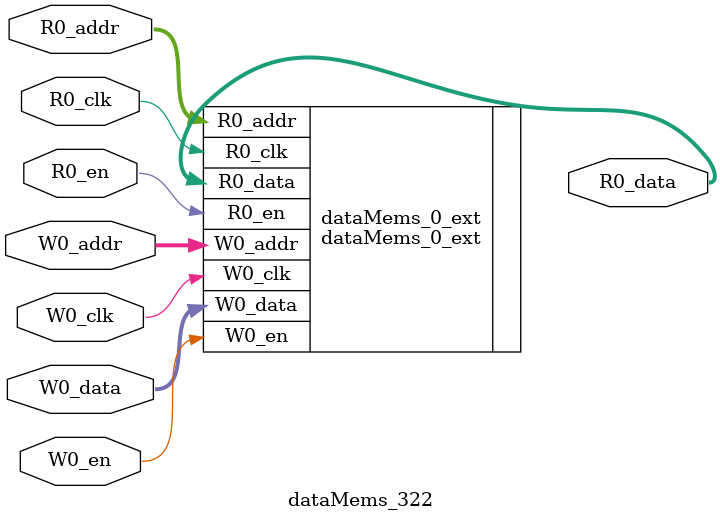
<source format=sv>
`ifndef RANDOMIZE
  `ifdef RANDOMIZE_REG_INIT
    `define RANDOMIZE
  `endif // RANDOMIZE_REG_INIT
`endif // not def RANDOMIZE
`ifndef RANDOMIZE
  `ifdef RANDOMIZE_MEM_INIT
    `define RANDOMIZE
  `endif // RANDOMIZE_MEM_INIT
`endif // not def RANDOMIZE

`ifndef RANDOM
  `define RANDOM $random
`endif // not def RANDOM

// Users can define 'PRINTF_COND' to add an extra gate to prints.
`ifndef PRINTF_COND_
  `ifdef PRINTF_COND
    `define PRINTF_COND_ (`PRINTF_COND)
  `else  // PRINTF_COND
    `define PRINTF_COND_ 1
  `endif // PRINTF_COND
`endif // not def PRINTF_COND_

// Users can define 'ASSERT_VERBOSE_COND' to add an extra gate to assert error printing.
`ifndef ASSERT_VERBOSE_COND_
  `ifdef ASSERT_VERBOSE_COND
    `define ASSERT_VERBOSE_COND_ (`ASSERT_VERBOSE_COND)
  `else  // ASSERT_VERBOSE_COND
    `define ASSERT_VERBOSE_COND_ 1
  `endif // ASSERT_VERBOSE_COND
`endif // not def ASSERT_VERBOSE_COND_

// Users can define 'STOP_COND' to add an extra gate to stop conditions.
`ifndef STOP_COND_
  `ifdef STOP_COND
    `define STOP_COND_ (`STOP_COND)
  `else  // STOP_COND
    `define STOP_COND_ 1
  `endif // STOP_COND
`endif // not def STOP_COND_

// Users can define INIT_RANDOM as general code that gets injected into the
// initializer block for modules with registers.
`ifndef INIT_RANDOM
  `define INIT_RANDOM
`endif // not def INIT_RANDOM

// If using random initialization, you can also define RANDOMIZE_DELAY to
// customize the delay used, otherwise 0.002 is used.
`ifndef RANDOMIZE_DELAY
  `define RANDOMIZE_DELAY 0.002
`endif // not def RANDOMIZE_DELAY

// Define INIT_RANDOM_PROLOG_ for use in our modules below.
`ifndef INIT_RANDOM_PROLOG_
  `ifdef RANDOMIZE
    `ifdef VERILATOR
      `define INIT_RANDOM_PROLOG_ `INIT_RANDOM
    `else  // VERILATOR
      `define INIT_RANDOM_PROLOG_ `INIT_RANDOM #`RANDOMIZE_DELAY begin end
    `endif // VERILATOR
  `else  // RANDOMIZE
    `define INIT_RANDOM_PROLOG_
  `endif // RANDOMIZE
`endif // not def INIT_RANDOM_PROLOG_

// Include register initializers in init blocks unless synthesis is set
`ifndef SYNTHESIS
  `ifndef ENABLE_INITIAL_REG_
    `define ENABLE_INITIAL_REG_
  `endif // not def ENABLE_INITIAL_REG_
`endif // not def SYNTHESIS

// Include rmemory initializers in init blocks unless synthesis is set
`ifndef SYNTHESIS
  `ifndef ENABLE_INITIAL_MEM_
    `define ENABLE_INITIAL_MEM_
  `endif // not def ENABLE_INITIAL_MEM_
`endif // not def SYNTHESIS

module dataMems_322(	// @[generators/ara/src/main/scala/UnsafeAXI4ToTL.scala:365:62]
  input  [4:0]  R0_addr,
  input         R0_en,
  input         R0_clk,
  output [66:0] R0_data,
  input  [4:0]  W0_addr,
  input         W0_en,
  input         W0_clk,
  input  [66:0] W0_data
);

  dataMems_0_ext dataMems_0_ext (	// @[generators/ara/src/main/scala/UnsafeAXI4ToTL.scala:365:62]
    .R0_addr (R0_addr),
    .R0_en   (R0_en),
    .R0_clk  (R0_clk),
    .R0_data (R0_data),
    .W0_addr (W0_addr),
    .W0_en   (W0_en),
    .W0_clk  (W0_clk),
    .W0_data (W0_data)
  );
endmodule


</source>
